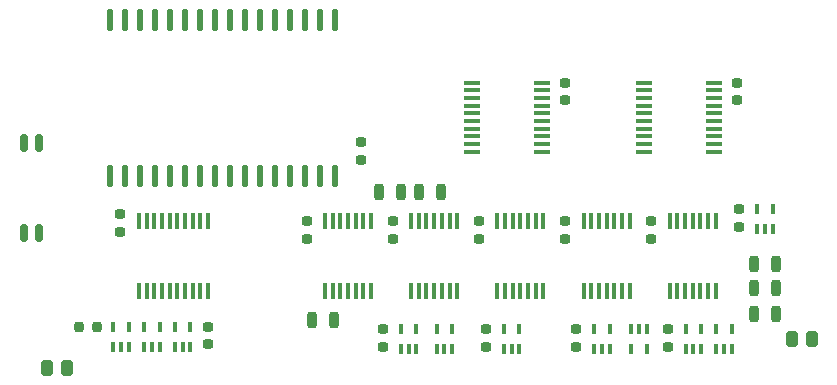
<source format=gtp>
G04 #@! TF.GenerationSoftware,KiCad,Pcbnew,7.0.10*
G04 #@! TF.CreationDate,2024-03-03T18:35:19-05:00*
G04 #@! TF.ProjectId,RAM128,52414d31-3238-42e6-9b69-6361645f7063,1.2*
G04 #@! TF.SameCoordinates,Original*
G04 #@! TF.FileFunction,Paste,Top*
G04 #@! TF.FilePolarity,Positive*
%FSLAX46Y46*%
G04 Gerber Fmt 4.6, Leading zero omitted, Abs format (unit mm)*
G04 Created by KiCad (PCBNEW 7.0.10) date 2024-03-03 18:35:19*
%MOMM*%
%LPD*%
G01*
G04 APERTURE LIST*
G04 Aperture macros list*
%AMRoundRect*
0 Rectangle with rounded corners*
0 $1 Rounding radius*
0 $2 $3 $4 $5 $6 $7 $8 $9 X,Y pos of 4 corners*
0 Add a 4 corners polygon primitive as box body*
4,1,4,$2,$3,$4,$5,$6,$7,$8,$9,$2,$3,0*
0 Add four circle primitives for the rounded corners*
1,1,$1+$1,$2,$3*
1,1,$1+$1,$4,$5*
1,1,$1+$1,$6,$7*
1,1,$1+$1,$8,$9*
0 Add four rect primitives between the rounded corners*
20,1,$1+$1,$2,$3,$4,$5,0*
20,1,$1+$1,$4,$5,$6,$7,0*
20,1,$1+$1,$6,$7,$8,$9,0*
20,1,$1+$1,$8,$9,$2,$3,0*%
G04 Aperture macros list end*
%ADD10RoundRect,0.250000X0.250000X0.425000X-0.250000X0.425000X-0.250000X-0.425000X0.250000X-0.425000X0*%
%ADD11RoundRect,0.192500X-0.242500X0.192500X-0.242500X-0.192500X0.242500X-0.192500X0.242500X0.192500X0*%
%ADD12RoundRect,0.200000X0.200000X0.475000X-0.200000X0.475000X-0.200000X-0.475000X0.200000X-0.475000X0*%
%ADD13RoundRect,0.080000X-0.080000X0.380000X-0.080000X-0.380000X0.080000X-0.380000X0.080000X0.380000X0*%
%ADD14RoundRect,0.092500X-0.592500X-0.092500X0.592500X-0.092500X0.592500X0.092500X-0.592500X0.092500X0*%
%ADD15RoundRect,0.080000X0.080000X-0.380000X0.080000X0.380000X-0.080000X0.380000X-0.080000X-0.380000X0*%
%ADD16RoundRect,0.192500X0.192500X0.242500X-0.192500X0.242500X-0.192500X-0.242500X0.192500X-0.242500X0*%
%ADD17RoundRect,0.092500X0.092500X-0.592500X0.092500X0.592500X-0.092500X0.592500X-0.092500X-0.592500X0*%
%ADD18RoundRect,0.137500X-0.137500X0.790000X-0.137500X-0.790000X0.137500X-0.790000X0.137500X0.790000X0*%
%ADD19RoundRect,0.200000X-0.200000X-0.475000X0.200000X-0.475000X0.200000X0.475000X-0.200000X0.475000X0*%
%ADD20RoundRect,0.177500X0.177500X-0.559500X0.177500X0.559500X-0.177500X0.559500X-0.177500X-0.559500X0*%
%ADD21RoundRect,0.192500X0.242500X-0.192500X0.242500X0.192500X-0.242500X0.192500X-0.242500X-0.192500X0*%
G04 APERTURE END LIST*
D10*
X137160000Y-127889000D03*
X135460000Y-127889000D03*
D11*
X109600000Y-127000000D03*
X109600000Y-128500000D03*
D12*
X134150000Y-123500000D03*
X132250000Y-123500000D03*
D13*
X123200000Y-127000000D03*
X122550000Y-127000000D03*
X121900000Y-127000000D03*
X121900000Y-128700000D03*
X123200000Y-128700000D03*
D14*
X123000000Y-106150000D03*
X123000000Y-106800000D03*
X123000000Y-107450000D03*
X123000000Y-108100000D03*
X123000000Y-108750000D03*
X123000000Y-109400000D03*
X123000000Y-110050000D03*
X123000000Y-110700000D03*
X123000000Y-111350000D03*
X123000000Y-112000000D03*
X128900000Y-112000000D03*
X128900000Y-111350000D03*
X128900000Y-110700000D03*
X128900000Y-110050000D03*
X128900000Y-109400000D03*
X128900000Y-108750000D03*
X128900000Y-108100000D03*
X128900000Y-107450000D03*
X128900000Y-106800000D03*
X128900000Y-106150000D03*
D15*
X126500000Y-128700000D03*
X127150000Y-128700000D03*
X127800000Y-128700000D03*
X127800000Y-127000000D03*
X126500000Y-127000000D03*
X78050000Y-128500000D03*
X78700000Y-128500000D03*
X79350000Y-128500000D03*
X79350000Y-126800000D03*
X78050000Y-126800000D03*
D11*
X117250000Y-127000000D03*
X117250000Y-128500000D03*
D15*
X111100000Y-128700000D03*
X111750000Y-128700000D03*
X112400000Y-128700000D03*
X112400000Y-127000000D03*
X111100000Y-127000000D03*
X118750000Y-128700000D03*
X119400000Y-128700000D03*
X120050000Y-128700000D03*
X120050000Y-127000000D03*
X118750000Y-127000000D03*
D16*
X76650000Y-126800000D03*
X75150000Y-126800000D03*
D15*
X129100000Y-128700000D03*
X129750000Y-128700000D03*
X130400000Y-128700000D03*
X130400000Y-127000000D03*
X129100000Y-127000000D03*
D17*
X95950000Y-123800000D03*
X96600000Y-123800000D03*
X97250000Y-123800000D03*
X97900000Y-123800000D03*
X98550000Y-123800000D03*
X99200000Y-123800000D03*
X99850000Y-123800000D03*
X99850000Y-117900000D03*
X99200000Y-117900000D03*
X98550000Y-117900000D03*
X97900000Y-117900000D03*
X97250000Y-117900000D03*
X96600000Y-117900000D03*
X95950000Y-117900000D03*
X125150000Y-123800000D03*
X125800000Y-123800000D03*
X126450000Y-123800000D03*
X127100000Y-123800000D03*
X127750000Y-123800000D03*
X128400000Y-123800000D03*
X129050000Y-123800000D03*
X129050000Y-117900000D03*
X128400000Y-117900000D03*
X127750000Y-117900000D03*
X127100000Y-117900000D03*
X126450000Y-117900000D03*
X125800000Y-117900000D03*
X125150000Y-117900000D03*
D11*
X116300000Y-117900000D03*
X116300000Y-119400000D03*
D17*
X117850000Y-123800000D03*
X118500000Y-123800000D03*
X119150000Y-123800000D03*
X119800000Y-123800000D03*
X120450000Y-123800000D03*
X121100000Y-123800000D03*
X121750000Y-123800000D03*
X121750000Y-117900000D03*
X121100000Y-117900000D03*
X120450000Y-117900000D03*
X119800000Y-117900000D03*
X119150000Y-117900000D03*
X118500000Y-117900000D03*
X117850000Y-117900000D03*
D11*
X94400000Y-117900000D03*
X94400000Y-119400000D03*
D17*
X110550000Y-123800000D03*
X111200000Y-123800000D03*
X111850000Y-123800000D03*
X112500000Y-123800000D03*
X113150000Y-123800000D03*
X113800000Y-123800000D03*
X114450000Y-123800000D03*
X114450000Y-117900000D03*
X113800000Y-117900000D03*
X113150000Y-117900000D03*
X112500000Y-117900000D03*
X111850000Y-117900000D03*
X111200000Y-117900000D03*
X110550000Y-117900000D03*
D11*
X101700000Y-117900000D03*
X101700000Y-119400000D03*
D17*
X103250000Y-123800000D03*
X103900000Y-123800000D03*
X104550000Y-123800000D03*
X105200000Y-123800000D03*
X105850000Y-123800000D03*
X106500000Y-123800000D03*
X107150000Y-123800000D03*
X107150000Y-117900000D03*
X106500000Y-117900000D03*
X105850000Y-117900000D03*
X105200000Y-117900000D03*
X104550000Y-117900000D03*
X103900000Y-117900000D03*
X103250000Y-117900000D03*
D11*
X123600000Y-117900000D03*
X123600000Y-119400000D03*
X109000000Y-117900000D03*
X109000000Y-119400000D03*
X125000000Y-127000000D03*
X125000000Y-128500000D03*
D18*
X96774000Y-100838000D03*
X95504000Y-100838000D03*
X94234000Y-100838000D03*
X92964000Y-100838000D03*
X91694000Y-100838000D03*
X90424000Y-100838000D03*
X89154000Y-100838000D03*
X87884000Y-100838000D03*
X86614000Y-100838000D03*
X85344000Y-100838000D03*
X84074000Y-100838000D03*
X82804000Y-100838000D03*
X81534000Y-100838000D03*
X80264000Y-100838000D03*
X78994000Y-100838000D03*
X77724000Y-100838000D03*
X77724000Y-114046000D03*
X78994000Y-114046000D03*
X80264000Y-114046000D03*
X81534000Y-114046000D03*
X82804000Y-114046000D03*
X84074000Y-114046000D03*
X85344000Y-114046000D03*
X86614000Y-114046000D03*
X87884000Y-114046000D03*
X89154000Y-114046000D03*
X90424000Y-114046000D03*
X91694000Y-114046000D03*
X92964000Y-114046000D03*
X94234000Y-114046000D03*
X95504000Y-114046000D03*
X96774000Y-114046000D03*
D19*
X100500000Y-115450000D03*
X102400000Y-115450000D03*
D14*
X108400000Y-106150000D03*
X108400000Y-106800000D03*
X108400000Y-107450000D03*
X108400000Y-108100000D03*
X108400000Y-108750000D03*
X108400000Y-109400000D03*
X108400000Y-110050000D03*
X108400000Y-110700000D03*
X108400000Y-111350000D03*
X108400000Y-112000000D03*
X114300000Y-112000000D03*
X114300000Y-111350000D03*
X114300000Y-110700000D03*
X114300000Y-110050000D03*
X114300000Y-109400000D03*
X114300000Y-108750000D03*
X114300000Y-108100000D03*
X114300000Y-107450000D03*
X114300000Y-106800000D03*
X114300000Y-106150000D03*
D11*
X116250000Y-106150000D03*
X116250000Y-107650000D03*
X130850000Y-106150000D03*
X130850000Y-107650000D03*
D17*
X80200000Y-123800000D03*
X80850000Y-123800000D03*
X81500000Y-123800000D03*
X82150000Y-123800000D03*
X82800000Y-123800000D03*
X83450000Y-123800000D03*
X84100000Y-123800000D03*
X84750000Y-123800000D03*
X85400000Y-123800000D03*
X86050000Y-123800000D03*
X86050000Y-117900000D03*
X85400000Y-117900000D03*
X84750000Y-117900000D03*
X84100000Y-117900000D03*
X83450000Y-117900000D03*
X82800000Y-117900000D03*
X82150000Y-117900000D03*
X81500000Y-117900000D03*
X80850000Y-117900000D03*
X80200000Y-117900000D03*
D10*
X74150000Y-130300000D03*
X72450000Y-130300000D03*
D15*
X80650000Y-128500000D03*
X81300000Y-128500000D03*
X81950000Y-128500000D03*
X81950000Y-126800000D03*
X80650000Y-126800000D03*
X83250000Y-128500000D03*
X83900000Y-128500000D03*
X84550000Y-128500000D03*
X84550000Y-126800000D03*
X83250000Y-126800000D03*
D11*
X86050000Y-126800000D03*
X86050000Y-128300000D03*
X78600000Y-117300000D03*
X78600000Y-118800000D03*
D15*
X132550000Y-118550000D03*
X133200000Y-118550000D03*
X133850000Y-118550000D03*
X133850000Y-116850000D03*
X132550000Y-116850000D03*
D11*
X131050000Y-116850000D03*
X131050000Y-118350000D03*
D12*
X134150000Y-125700000D03*
X132250000Y-125700000D03*
X105800000Y-115450000D03*
X103900000Y-115450000D03*
D19*
X132250000Y-121500000D03*
X134150000Y-121500000D03*
D20*
X70485000Y-118872000D03*
X71755000Y-118872000D03*
X71755000Y-111252000D03*
X70485000Y-111252000D03*
D11*
X100900000Y-127000000D03*
X100900000Y-128500000D03*
D15*
X105400000Y-128700000D03*
X106050000Y-128700000D03*
X106700000Y-128700000D03*
X106700000Y-127000000D03*
X105400000Y-127000000D03*
D21*
X99000000Y-112700000D03*
X99000000Y-111200000D03*
D15*
X102400000Y-128700000D03*
X103050000Y-128700000D03*
X103700000Y-128700000D03*
X103700000Y-127000000D03*
X102400000Y-127000000D03*
D12*
X96750000Y-126250000D03*
X94850000Y-126250000D03*
M02*

</source>
